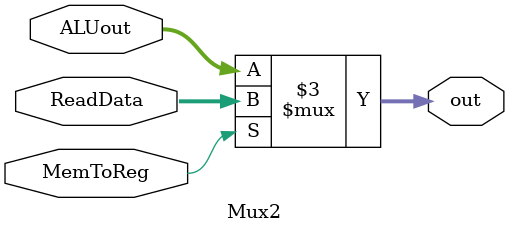
<source format=v>
`timescale 1ns / 1ps


module Mux2(
 input wire [31:0] ReadData , ALUout, 
 input wire MemToReg,
 output reg [31:0] out
    );
    
     always @ (*) begin
        if (MemToReg) begin
            out = ReadData;
        end else begin
            out = ALUout;
        end
    end
endmodule

</source>
